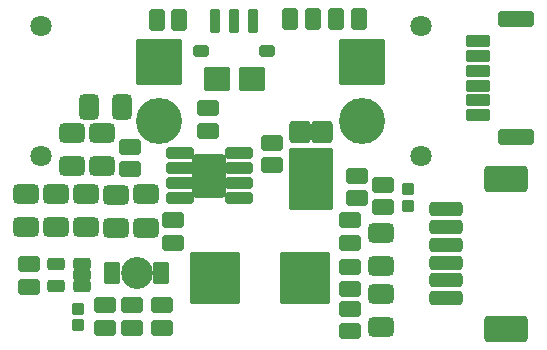
<source format=gbr>
%TF.GenerationSoftware,KiCad,Pcbnew,(5.99.0-10394-g2e15de97e0)*%
%TF.CreationDate,2021-04-26T17:42:33+02:00*%
%TF.ProjectId,TFSBEC01A,54465342-4543-4303-9141-2e6b69636164,rev?*%
%TF.SameCoordinates,Original*%
%TF.FileFunction,Soldermask,Bot*%
%TF.FilePolarity,Negative*%
%FSLAX46Y46*%
G04 Gerber Fmt 4.6, Leading zero omitted, Abs format (unit mm)*
G04 Created by KiCad (PCBNEW (5.99.0-10394-g2e15de97e0)) date 2021-04-26 17:42:33*
%MOMM*%
%LPD*%
G01*
G04 APERTURE LIST*
G04 Aperture macros list*
%AMRoundRect*
0 Rectangle with rounded corners*
0 $1 Rounding radius*
0 $2 $3 $4 $5 $6 $7 $8 $9 X,Y pos of 4 corners*
0 Add a 4 corners polygon primitive as box body*
4,1,4,$2,$3,$4,$5,$6,$7,$8,$9,$2,$3,0*
0 Add four circle primitives for the rounded corners*
1,1,$1+$1,$2,$3*
1,1,$1+$1,$4,$5*
1,1,$1+$1,$6,$7*
1,1,$1+$1,$8,$9*
0 Add four rect primitives between the rounded corners*
20,1,$1+$1,$2,$3,$4,$5,0*
20,1,$1+$1,$4,$5,$6,$7,0*
20,1,$1+$1,$6,$7,$8,$9,0*
20,1,$1+$1,$8,$9,$2,$3,0*%
G04 Aperture macros list end*
%ADD10C,1.800000*%
%ADD11RoundRect,0.200000X-1.750000X1.750000X-1.750000X-1.750000X1.750000X-1.750000X1.750000X1.750000X0*%
%ADD12C,3.900000*%
%ADD13RoundRect,0.200000X1.750000X-1.750000X1.750000X1.750000X-1.750000X1.750000X-1.750000X-1.750000X0*%
%ADD14RoundRect,0.300000X1.100000X-0.300000X1.100000X0.300000X-1.100000X0.300000X-1.100000X-0.300000X0*%
%ADD15RoundRect,0.305556X1.544444X-0.794444X1.544444X0.794444X-1.544444X0.794444X-1.544444X-0.794444X0*%
%ADD16RoundRect,0.200000X-0.698500X0.444500X-0.698500X-0.444500X0.698500X-0.444500X0.698500X0.444500X0*%
%ADD17RoundRect,0.200000X0.698500X-0.444500X0.698500X0.444500X-0.698500X0.444500X-0.698500X-0.444500X0*%
%ADD18RoundRect,0.330000X-0.745000X0.495000X-0.745000X-0.495000X0.745000X-0.495000X0.745000X0.495000X0*%
%ADD19RoundRect,0.200000X-0.444500X-0.698500X0.444500X-0.698500X0.444500X0.698500X-0.444500X0.698500X0*%
%ADD20RoundRect,0.200000X-0.250000X0.800000X-0.250000X-0.800000X0.250000X-0.800000X0.250000X0.800000X0*%
%ADD21RoundRect,0.200000X-0.450000X0.300000X-0.450000X-0.300000X0.450000X-0.300000X0.450000X0.300000X0*%
%ADD22RoundRect,0.200000X-0.900000X0.850000X-0.900000X-0.850000X0.900000X-0.850000X0.900000X0.850000X0*%
%ADD23RoundRect,0.200000X-1.680000X2.430000X-1.680000X-2.430000X1.680000X-2.430000X1.680000X2.430000X0*%
%ADD24RoundRect,0.200000X-0.695000X0.700000X-0.695000X-0.700000X0.695000X-0.700000X0.695000X0.700000X0*%
%ADD25RoundRect,0.250000X-0.800000X0.250000X-0.800000X-0.250000X0.800000X-0.250000X0.800000X0.250000X0*%
%ADD26RoundRect,0.350000X-1.200000X0.350000X-1.200000X-0.350000X1.200000X-0.350000X1.200000X0.350000X0*%
%ADD27RoundRect,0.200000X0.350000X-0.300000X0.350000X0.300000X-0.350000X0.300000X-0.350000X-0.300000X0*%
%ADD28RoundRect,0.200000X0.444500X0.698500X-0.444500X0.698500X-0.444500X-0.698500X0.444500X-0.698500X0*%
%ADD29RoundRect,0.330000X0.745000X-0.495000X0.745000X0.495000X-0.745000X0.495000X-0.745000X-0.495000X0*%
%ADD30C,2.700000*%
%ADD31RoundRect,0.200000X0.475000X0.750000X-0.475000X0.750000X-0.475000X-0.750000X0.475000X-0.750000X0*%
%ADD32RoundRect,0.330000X0.495000X0.745000X-0.495000X0.745000X-0.495000X-0.745000X0.495000X-0.745000X0*%
%ADD33RoundRect,0.200000X-1.925000X-2.000000X1.925000X-2.000000X1.925000X2.000000X-1.925000X2.000000X0*%
%ADD34RoundRect,0.250000X-0.925000X-0.250000X0.925000X-0.250000X0.925000X0.250000X-0.925000X0.250000X0*%
%ADD35RoundRect,0.291493X-1.113507X-1.558507X1.113507X-1.558507X1.113507X1.558507X-1.113507X1.558507X0*%
%ADD36RoundRect,0.200000X0.530000X0.325000X-0.530000X0.325000X-0.530000X-0.325000X0.530000X-0.325000X0*%
G04 APERTURE END LIST*
D10*
%TO.C,J19*%
X35500000Y16500000D03*
X35500000Y27500000D03*
D11*
X30500000Y24500000D03*
D12*
X30500000Y19500000D03*
%TD*%
D10*
%TO.C,J18*%
X3335000Y27500000D03*
X3335000Y16500000D03*
D13*
X13335000Y24500000D03*
D12*
X13335000Y19500000D03*
%TD*%
D14*
%TO.C,J1*%
X37636000Y4505000D03*
X37636000Y6005000D03*
X37636000Y7505000D03*
X37636000Y9005000D03*
X37636000Y10505000D03*
X37636000Y12005000D03*
D15*
X42686000Y14605000D03*
X42686000Y1905000D03*
%TD*%
D16*
%TO.C,C15*%
X14528800Y11074400D03*
X14528800Y9169400D03*
%TD*%
D17*
%TO.C,C12*%
X10820400Y15417800D03*
X10820400Y17322800D03*
%TD*%
D18*
%TO.C,C8*%
X4572000Y13309600D03*
X4572000Y10509600D03*
%TD*%
D19*
%TO.C,R7*%
X24447500Y28152000D03*
X26352500Y28152000D03*
%TD*%
D17*
%TO.C,R1*%
X13589000Y1990000D03*
X13589000Y3895000D03*
%TD*%
%TO.C,R2*%
X17424400Y18669000D03*
X17424400Y20574000D03*
%TD*%
D18*
%TO.C,C9*%
X2032000Y13309600D03*
X2032000Y10509600D03*
%TD*%
D20*
%TO.C,U1*%
X18085000Y27935000D03*
X19685000Y27935000D03*
X21285000Y27935000D03*
D21*
X22485000Y25435000D03*
D22*
X21185000Y23085000D03*
X18185000Y23085000D03*
D21*
X16885000Y25435000D03*
%TD*%
D23*
%TO.C,D3*%
X26162000Y14586000D03*
D24*
X27082000Y18568000D03*
X25242000Y18568000D03*
%TD*%
D17*
%TO.C,C14*%
X22860000Y15748000D03*
X22860000Y17653000D03*
%TD*%
D25*
%TO.C,J2*%
X40314000Y26239000D03*
X40314000Y24989000D03*
X40314000Y23739000D03*
X40314000Y22489000D03*
X40314000Y21239000D03*
X40314000Y19989000D03*
D26*
X43514000Y18139000D03*
X43514000Y28089000D03*
%TD*%
D16*
%TO.C,R6*%
X29464000Y3586500D03*
X29464000Y1681500D03*
%TD*%
D18*
%TO.C,C7*%
X7112000Y13309600D03*
X7112000Y10509600D03*
%TD*%
D19*
%TO.C,C19*%
X28321000Y28152000D03*
X30226000Y28152000D03*
%TD*%
D27*
%TO.C,D2*%
X6477000Y3579000D03*
X6477000Y2179000D03*
%TD*%
D17*
%TO.C,C16*%
X29464000Y9174500D03*
X29464000Y11079500D03*
%TD*%
D18*
%TO.C,C18*%
X32131000Y4856500D03*
X32131000Y2056500D03*
%TD*%
D28*
%TO.C,C4*%
X15049500Y28025000D03*
X13144500Y28025000D03*
%TD*%
D16*
%TO.C,C13*%
X2336800Y7366000D03*
X2336800Y5461000D03*
%TD*%
D29*
%TO.C,C1*%
X5943600Y15668800D03*
X5943600Y18468800D03*
%TD*%
%TO.C,C11*%
X8483600Y15668800D03*
X8483600Y18468800D03*
%TD*%
D30*
%TO.C,D1*%
X11437800Y6604000D03*
D31*
X9362800Y6604000D03*
X13512800Y6604000D03*
%TD*%
D29*
%TO.C,C17*%
X32131000Y7194000D03*
X32131000Y9994000D03*
%TD*%
D16*
%TO.C,R4*%
X32258000Y14097000D03*
X32258000Y12192000D03*
%TD*%
%TO.C,C5*%
X8763000Y3895000D03*
X8763000Y1990000D03*
%TD*%
D32*
%TO.C,C6*%
X10210800Y20675600D03*
X7410800Y20675600D03*
%TD*%
D27*
%TO.C,D4*%
X34417000Y13716000D03*
X34417000Y12316000D03*
%TD*%
D16*
%TO.C,C3*%
X11049000Y3895000D03*
X11049000Y1990000D03*
%TD*%
%TO.C,R5*%
X29464000Y7142500D03*
X29464000Y5237500D03*
%TD*%
D33*
%TO.C,L1*%
X18019000Y6178000D03*
X25669000Y6178000D03*
%TD*%
D34*
%TO.C,U3*%
X15116000Y12954000D03*
X15116000Y14224000D03*
X15116000Y15494000D03*
X15116000Y16764000D03*
X20066000Y16764000D03*
X20066000Y15494000D03*
X20066000Y14224000D03*
X20066000Y12954000D03*
D35*
X17591000Y14859000D03*
%TD*%
D16*
%TO.C,R3*%
X30099000Y14859000D03*
X30099000Y12954000D03*
%TD*%
D36*
%TO.C,U2*%
X6756400Y7401600D03*
X6756400Y6451600D03*
X6756400Y5501600D03*
X4556400Y5501600D03*
X4556400Y7401600D03*
%TD*%
D18*
%TO.C,C10*%
X12192000Y13264800D03*
X12192000Y10464800D03*
%TD*%
%TO.C,C2*%
X9652000Y13258800D03*
X9652000Y10458800D03*
%TD*%
M02*

</source>
